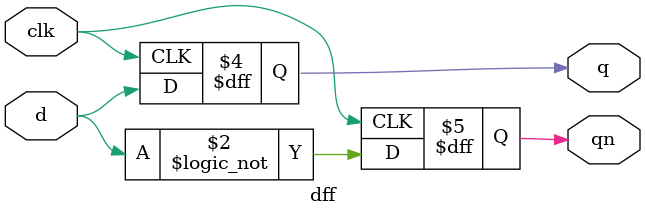
<source format=v>
module dff(d,clk,q,qn);
    input d,clk;
    output q,qn;
    reg q,qn;

    //Initialize flip-flop outputs
    initial begin q=0; qn=1; end

    //Change output on positive clock edge
    always @(posedge clk)
    begin
        q <= d;
        qn <= !d;
    end
endmodule

</source>
